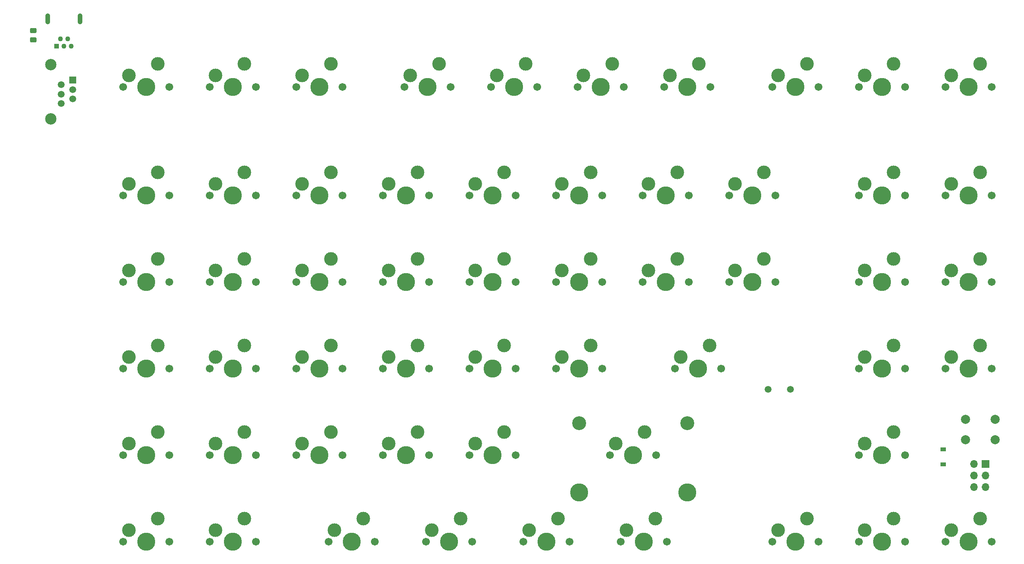
<source format=gts>
G04 #@! TF.GenerationSoftware,KiCad,Pcbnew,5.1.12-1.fc34*
G04 #@! TF.CreationDate,2021-12-19T18:48:49+02:00*
G04 #@! TF.ProjectId,slash_right,736c6173-685f-4726-9967-68742e6b6963,rev?*
G04 #@! TF.SameCoordinates,Original*
G04 #@! TF.FileFunction,Soldermask,Top*
G04 #@! TF.FilePolarity,Negative*
%FSLAX46Y46*%
G04 Gerber Fmt 4.6, Leading zero omitted, Abs format (unit mm)*
G04 Created by KiCad (PCBNEW 5.1.12-1.fc34) date 2021-12-19 18:48:49*
%MOMM*%
%LPD*%
G01*
G04 APERTURE LIST*
%ADD10C,1.701800*%
%ADD11C,3.987800*%
%ADD12C,3.000000*%
%ADD13C,3.048000*%
%ADD14C,1.500000*%
%ADD15C,2.000000*%
%ADD16O,1.100000X2.400000*%
%ADD17C,1.100000*%
%ADD18R,1.100000X1.100000*%
%ADD19O,1.700000X1.700000*%
%ADD20R,1.700000X1.700000*%
%ADD21R,1.520000X1.520000*%
%ADD22C,2.500000*%
%ADD23C,1.520000*%
%ADD24R,1.200000X0.900000*%
G04 APERTURE END LIST*
D10*
X104073750Y-145262500D03*
X114233750Y-145262500D03*
D11*
X109153750Y-145262500D03*
D12*
X105343750Y-142722500D03*
X111693750Y-140182500D03*
D13*
X159166250Y-119227500D03*
X182966250Y-119227500D03*
D11*
X159166250Y-134467500D03*
X182966250Y-134467500D03*
D14*
X200800000Y-111750000D03*
X205680000Y-111750000D03*
D10*
X239805000Y-145262500D03*
X249965000Y-145262500D03*
D11*
X244885000Y-145262500D03*
D12*
X241075000Y-142722500D03*
X247425000Y-140182500D03*
D10*
X239805000Y-107162500D03*
X249965000Y-107162500D03*
D11*
X244885000Y-107162500D03*
D12*
X241075000Y-104622500D03*
X247425000Y-102082500D03*
D10*
X239805000Y-88112500D03*
X249965000Y-88112500D03*
D11*
X244885000Y-88112500D03*
D12*
X241075000Y-85572500D03*
X247425000Y-83032500D03*
D10*
X239805000Y-69062500D03*
X249965000Y-69062500D03*
D11*
X244885000Y-69062500D03*
D12*
X241075000Y-66522500D03*
X247425000Y-63982500D03*
D10*
X239805000Y-45250000D03*
X249965000Y-45250000D03*
D11*
X244885000Y-45250000D03*
D12*
X241075000Y-42710000D03*
X247425000Y-40170000D03*
D10*
X220755000Y-145262500D03*
X230915000Y-145262500D03*
D11*
X225835000Y-145262500D03*
D12*
X222025000Y-142722500D03*
X228375000Y-140182500D03*
D10*
X220755000Y-126212500D03*
X230915000Y-126212500D03*
D11*
X225835000Y-126212500D03*
D12*
X222025000Y-123672500D03*
X228375000Y-121132500D03*
D10*
X220755000Y-107162500D03*
X230915000Y-107162500D03*
D11*
X225835000Y-107162500D03*
D12*
X222025000Y-104622500D03*
X228375000Y-102082500D03*
D10*
X220755000Y-88112500D03*
X230915000Y-88112500D03*
D11*
X225835000Y-88112500D03*
D12*
X222025000Y-85572500D03*
X228375000Y-83032500D03*
D10*
X220755000Y-69062500D03*
X230915000Y-69062500D03*
D11*
X225835000Y-69062500D03*
D12*
X222025000Y-66522500D03*
X228375000Y-63982500D03*
D10*
X220755000Y-45250000D03*
X230915000Y-45250000D03*
D11*
X225835000Y-45250000D03*
D12*
X222025000Y-42710000D03*
X228375000Y-40170000D03*
D10*
X201705000Y-145262500D03*
X211865000Y-145262500D03*
D11*
X206785000Y-145262500D03*
D12*
X202975000Y-142722500D03*
X209325000Y-140182500D03*
D10*
X180273750Y-107162500D03*
X190433750Y-107162500D03*
D11*
X185353750Y-107162500D03*
D12*
X181543750Y-104622500D03*
X187893750Y-102082500D03*
D10*
X192180000Y-88112500D03*
X202340000Y-88112500D03*
D11*
X197260000Y-88112500D03*
D12*
X193450000Y-85572500D03*
X199800000Y-83032500D03*
D10*
X192180000Y-69062500D03*
X202340000Y-69062500D03*
D11*
X197260000Y-69062500D03*
D12*
X193450000Y-66522500D03*
X199800000Y-63982500D03*
D10*
X201705000Y-45250000D03*
X211865000Y-45250000D03*
D11*
X206785000Y-45250000D03*
D12*
X202975000Y-42710000D03*
X209325000Y-40170000D03*
D10*
X168367500Y-145262500D03*
X178527500Y-145262500D03*
D11*
X173447500Y-145262500D03*
D12*
X169637500Y-142722500D03*
X175987500Y-140182500D03*
D10*
X165986250Y-126212500D03*
X176146250Y-126212500D03*
D11*
X171066250Y-126212500D03*
D12*
X167256250Y-123672500D03*
X173606250Y-121132500D03*
D10*
X154080000Y-107162500D03*
X164240000Y-107162500D03*
D11*
X159160000Y-107162500D03*
D12*
X155350000Y-104622500D03*
X161700000Y-102082500D03*
D10*
X173130000Y-88112500D03*
X183290000Y-88112500D03*
D11*
X178210000Y-88112500D03*
D12*
X174400000Y-85572500D03*
X180750000Y-83032500D03*
D10*
X173130000Y-69062500D03*
X183290000Y-69062500D03*
D11*
X178210000Y-69062500D03*
D12*
X174400000Y-66522500D03*
X180750000Y-63982500D03*
D10*
X177892500Y-45250000D03*
X188052500Y-45250000D03*
D11*
X182972500Y-45250000D03*
D12*
X179162500Y-42710000D03*
X185512500Y-40170000D03*
D10*
X146936250Y-145262500D03*
X157096250Y-145262500D03*
D11*
X152016250Y-145262500D03*
D12*
X148206250Y-142722500D03*
X154556250Y-140182500D03*
D10*
X135030000Y-126212500D03*
X145190000Y-126212500D03*
D11*
X140110000Y-126212500D03*
D12*
X136300000Y-123672500D03*
X142650000Y-121132500D03*
D10*
X135030000Y-107162500D03*
X145190000Y-107162500D03*
D11*
X140110000Y-107162500D03*
D12*
X136300000Y-104622500D03*
X142650000Y-102082500D03*
D10*
X154080000Y-88112500D03*
X164240000Y-88112500D03*
D11*
X159160000Y-88112500D03*
D12*
X155350000Y-85572500D03*
X161700000Y-83032500D03*
D10*
X154080000Y-69062500D03*
X164240000Y-69062500D03*
D11*
X159160000Y-69062500D03*
D12*
X155350000Y-66522500D03*
X161700000Y-63982500D03*
D10*
X158842500Y-45250000D03*
X169002500Y-45250000D03*
D11*
X163922500Y-45250000D03*
D12*
X160112500Y-42710000D03*
X166462500Y-40170000D03*
D10*
X125505000Y-145262500D03*
X135665000Y-145262500D03*
D11*
X130585000Y-145262500D03*
D12*
X126775000Y-142722500D03*
X133125000Y-140182500D03*
D10*
X115980000Y-126212500D03*
X126140000Y-126212500D03*
D11*
X121060000Y-126212500D03*
D12*
X117250000Y-123672500D03*
X123600000Y-121132500D03*
D10*
X115980000Y-107162500D03*
X126140000Y-107162500D03*
D11*
X121060000Y-107162500D03*
D12*
X117250000Y-104622500D03*
X123600000Y-102082500D03*
D10*
X135030000Y-88112500D03*
X145190000Y-88112500D03*
D11*
X140110000Y-88112500D03*
D12*
X136300000Y-85572500D03*
X142650000Y-83032500D03*
D10*
X135030000Y-69062500D03*
X145190000Y-69062500D03*
D11*
X140110000Y-69062500D03*
D12*
X136300000Y-66522500D03*
X142650000Y-63982500D03*
D10*
X139792500Y-45250000D03*
X149952500Y-45250000D03*
D11*
X144872500Y-45250000D03*
D12*
X141062500Y-42710000D03*
X147412500Y-40170000D03*
D10*
X96930000Y-126212500D03*
X107090000Y-126212500D03*
D11*
X102010000Y-126212500D03*
D12*
X98200000Y-123672500D03*
X104550000Y-121132500D03*
D10*
X96930000Y-107162500D03*
X107090000Y-107162500D03*
D11*
X102010000Y-107162500D03*
D12*
X98200000Y-104622500D03*
X104550000Y-102082500D03*
D10*
X115980000Y-88112500D03*
X126140000Y-88112500D03*
D11*
X121060000Y-88112500D03*
D12*
X117250000Y-85572500D03*
X123600000Y-83032500D03*
D10*
X115980000Y-69062500D03*
X126140000Y-69062500D03*
D11*
X121060000Y-69062500D03*
D12*
X117250000Y-66522500D03*
X123600000Y-63982500D03*
D10*
X120742500Y-45250000D03*
X130902500Y-45250000D03*
D11*
X125822500Y-45250000D03*
D12*
X122012500Y-42710000D03*
X128362500Y-40170000D03*
D10*
X77880000Y-145262500D03*
X88040000Y-145262500D03*
D11*
X82960000Y-145262500D03*
D12*
X79150000Y-142722500D03*
X85500000Y-140182500D03*
D10*
X77880000Y-126212500D03*
X88040000Y-126212500D03*
D11*
X82960000Y-126212500D03*
D12*
X79150000Y-123672500D03*
X85500000Y-121132500D03*
D10*
X77880000Y-107162500D03*
X88040000Y-107162500D03*
D11*
X82960000Y-107162500D03*
D12*
X79150000Y-104622500D03*
X85500000Y-102082500D03*
D10*
X96930000Y-88112500D03*
X107090000Y-88112500D03*
D11*
X102010000Y-88112500D03*
D12*
X98200000Y-85572500D03*
X104550000Y-83032500D03*
D10*
X96930000Y-69062500D03*
X107090000Y-69062500D03*
D11*
X102010000Y-69062500D03*
D12*
X98200000Y-66522500D03*
X104550000Y-63982500D03*
D10*
X96930000Y-45250000D03*
X107090000Y-45250000D03*
D11*
X102010000Y-45250000D03*
D12*
X98200000Y-42710000D03*
X104550000Y-40170000D03*
D10*
X58830000Y-145262500D03*
X68990000Y-145262500D03*
D11*
X63910000Y-145262500D03*
D12*
X60100000Y-142722500D03*
X66450000Y-140182500D03*
D10*
X58830000Y-126212500D03*
X68990000Y-126212500D03*
D11*
X63910000Y-126212500D03*
D12*
X60100000Y-123672500D03*
X66450000Y-121132500D03*
D10*
X58830000Y-107162500D03*
X68990000Y-107162500D03*
D11*
X63910000Y-107162500D03*
D12*
X60100000Y-104622500D03*
X66450000Y-102082500D03*
D10*
X77880000Y-88112500D03*
X88040000Y-88112500D03*
D11*
X82960000Y-88112500D03*
D12*
X79150000Y-85572500D03*
X85500000Y-83032500D03*
D10*
X77880000Y-69062500D03*
X88040000Y-69062500D03*
D11*
X82960000Y-69062500D03*
D12*
X79150000Y-66522500D03*
X85500000Y-63982500D03*
D10*
X77880000Y-45250000D03*
X88040000Y-45250000D03*
D11*
X82960000Y-45250000D03*
D12*
X79150000Y-42710000D03*
X85500000Y-40170000D03*
D10*
X58830000Y-88112500D03*
X68990000Y-88112500D03*
D11*
X63910000Y-88112500D03*
D12*
X60100000Y-85572500D03*
X66450000Y-83032500D03*
D10*
X58830000Y-69062500D03*
X68990000Y-69062500D03*
D11*
X63910000Y-69062500D03*
D12*
X60100000Y-66522500D03*
X66450000Y-63982500D03*
D10*
X58830000Y-45250000D03*
X68990000Y-45250000D03*
D11*
X63910000Y-45250000D03*
D12*
X60100000Y-42710000D03*
X66450000Y-40170000D03*
D15*
X244230000Y-118400000D03*
X244230000Y-122900000D03*
X250730000Y-118400000D03*
X250730000Y-122900000D03*
D16*
X49390000Y-30210000D03*
X42290000Y-30210000D03*
D17*
X47440000Y-36210000D03*
X46640000Y-34610000D03*
X45840000Y-36210000D03*
X45040000Y-34610000D03*
D18*
X44240000Y-36210000D03*
D19*
X246050000Y-133280000D03*
X248590000Y-133280000D03*
X246050000Y-130740000D03*
X248590000Y-130740000D03*
X246050000Y-128200000D03*
D20*
X248590000Y-128200000D03*
D21*
X47770000Y-43740000D03*
D22*
X42930000Y-40290000D03*
D23*
X45230000Y-44760000D03*
X47770000Y-45780000D03*
X45230000Y-46800000D03*
X47770000Y-47820000D03*
X45230000Y-48840000D03*
D22*
X42930000Y-52290000D03*
G36*
G01*
X38639999Y-34290000D02*
X39540001Y-34290000D01*
G75*
G02*
X39790000Y-34539999I0J-249999D01*
G01*
X39790000Y-35190001D01*
G75*
G02*
X39540001Y-35440000I-249999J0D01*
G01*
X38639999Y-35440000D01*
G75*
G02*
X38390000Y-35190001I0J249999D01*
G01*
X38390000Y-34539999D01*
G75*
G02*
X38639999Y-34290000I249999J0D01*
G01*
G37*
G36*
G01*
X38639999Y-32240000D02*
X39540001Y-32240000D01*
G75*
G02*
X39790000Y-32489999I0J-249999D01*
G01*
X39790000Y-33140001D01*
G75*
G02*
X39540001Y-33390000I-249999J0D01*
G01*
X38639999Y-33390000D01*
G75*
G02*
X38390000Y-33140001I0J249999D01*
G01*
X38390000Y-32489999D01*
G75*
G02*
X38639999Y-32240000I249999J0D01*
G01*
G37*
D24*
X239290000Y-125020000D03*
X239290000Y-128320000D03*
M02*

</source>
